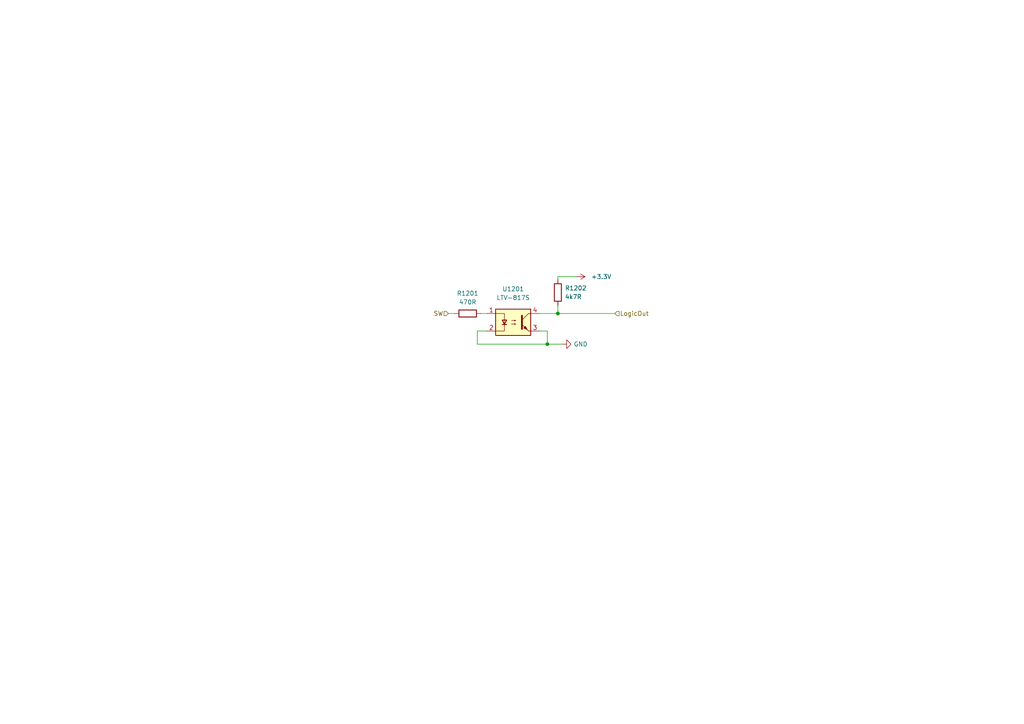
<source format=kicad_sch>
(kicad_sch (version 20211123) (generator eeschema)
  (paper "A4")
  (lib_symbols
    (symbol "Device:R" (pin_numbers hide) (pin_names (offset 0))
      (property "Reference" "R" (at 2.032 0 90))
      (property "Value" "R" (at 0 0 90))
      (symbol "R_0_1"
        (rectangle (start -1.016 -2.54) (end 1.016 2.54) (stroke (width 0.254)))
      )
      (symbol "R_1_1"
        (pin passive line (at 0 3.81 270) (length 1.27) (name "~") (number "1"))
        (pin passive line (at 0 -3.81 90) (length 1.27) (name "~") (number "2"))
      )
    )
    (symbol "Isolator:LTV-817S" (pin_names (offset 1.016))
      (property "Reference" "U" (at -3.81 5.08 0))
      (property "Value" "LTV-817S" (at 0 -5.08 0))
      (symbol "LTV-817S_1_1"
        (rectangle (start -5.08 3.81) (end 5.08 -3.81) (stroke (width 0.254)) (fill (type background)))
        (polyline (pts (xy -3.175 -0.635) (xy -1.905 -0.635)) (stroke (width 0.254)))
        (polyline (pts (xy 2.54 0.635) (xy 4.445 2.54)))
        (polyline (pts (xy 4.445 -2.54) (xy 2.54 -0.635)) (fill (type outline)))
        (polyline (pts (xy 4.445 -2.54) (xy 5.08 -2.54)))
        (polyline (pts (xy 4.445 2.54) (xy 5.08 2.54)))
        (polyline (pts (xy -5.08 2.54) (xy -2.54 2.54) (xy -2.54 -0.762)))
        (polyline (pts (xy -2.54 -0.635) (xy -2.54 -2.54) (xy -5.08 -2.54)))
        (polyline (pts (xy 2.54 1.905) (xy 2.54 -1.905) (xy 2.54 -1.905)) (stroke (width 0.508)))
        (polyline (pts (xy -2.54 -0.635) (xy -3.175 0.635) (xy -1.905 0.635) (xy -2.54 -0.635)) (stroke (width 0.254)))
        (polyline (pts (xy -0.508 -0.508) (xy 0.762 -0.508) (xy 0.381 -0.635) (xy 0.381 -0.381) (xy 0.762 -0.508)))
        (polyline (pts (xy -0.508 0.508) (xy 0.762 0.508) (xy 0.381 0.381) (xy 0.381 0.635) (xy 0.762 0.508)))
        (polyline (pts (xy 3.048 -1.651) (xy 3.556 -1.143) (xy 4.064 -2.159) (xy 3.048 -1.651) (xy 3.048 -1.651)) (fill (type outline)))
        (pin passive line (at -7.62 2.54 0) (length 2.54) (name "~") (number "1"))
        (pin passive line (at -7.62 -2.54 0) (length 2.54) (name "~") (number "2"))
        (pin passive line (at 7.62 -2.54 180) (length 2.54) (name "~") (number "3"))
        (pin passive line (at 7.62 2.54 180) (length 2.54) (name "~") (number "4"))
      )
    )
    (symbol "power:+3.3V" (power) (pin_names (offset 0))
      (property "Value" "+3.3V" (at 0 3.556 0))
      (symbol "+3.3V_0_1"
        (polyline (pts (xy -0.762 1.27) (xy 0 2.54)))
        (polyline (pts (xy 0 0) (xy 0 2.54)))
        (polyline (pts (xy 0 2.54) (xy 0.762 1.27)))
      )
      (symbol "+3.3V_1_1"
        (pin power_in line (at 0 0 90) (length 0) hide (name "+3.3V") (number "1"))
      )
    )
    (symbol "power:GND" (power) (pin_names (offset 0))
      (property "Value" "GND" (at 0 -3.81 0))
      (symbol "GND_0_1"
        (polyline (pts (xy 0 0) (xy 0 -1.27) (xy 1.27 -1.27) (xy 0 -2.54) (xy -1.27 -1.27) (xy 0 -1.27)))
      )
      (symbol "GND_1_1"
        (pin power_in line (at 0 0 270) (length 0) hide (name "GND") (number "1"))
      )
    )
  )
  (junction (at 158.75 99.822))
  (junction (at 161.798 90.932))
  (wire (pts (xy 161.798 90.932) (xy 178.308 90.932)))
  (wire (pts (xy 161.798 90.932) (xy 161.798 88.646)))
  (wire (pts (xy 163.068 99.822) (xy 158.75 99.822)))
  (wire (pts (xy 138.43 96.012) (xy 138.43 99.822)))
  (wire (pts (xy 167.132 80.264) (xy 161.798 80.264)))
  (wire (pts (xy 130.048 90.932) (xy 131.826 90.932)))
  (wire (pts (xy 139.446 90.932) (xy 141.224 90.932)))
  (wire (pts (xy 156.464 90.932) (xy 161.798 90.932)))
  (wire (pts (xy 161.798 80.264) (xy 161.798 81.026)))
  (wire (pts (xy 141.224 96.012) (xy 138.43 96.012)))
  (wire (pts (xy 158.75 96.012) (xy 156.464 96.012)))
  (wire (pts (xy 158.75 99.822) (xy 158.75 96.012)))
  (wire (pts (xy 138.43 99.822) (xy 158.75 99.822)))
  (hierarchical_label "LogicOut" (shape input) (at 178.308 90.932 0))
  (hierarchical_label "SW" (shape input) (at 130.048 90.932 180))
  (symbol (lib_id "Device:R") (at 135.636 90.932 270) (mirror x) (unit 1)
    (property "Reference" "R1201" (at 135.636 85.09 90))
    (property "Value" "470R" (at 135.636 87.63 90))
    (property "Footprint" "Resistor_SMD:R_0805_2012Metric" (effects hide))
  )
  (symbol (lib_id "power:+3.3V") (at 167.132 80.264 270) (unit 1)
    (property "Reference" "#PWR01202" (effects hide))
    (property "Value" "+3.3V" (at 171.45 80.2639 90) (effects (justify left)))
  )
  (symbol (lib_id "power:GND") (at 163.068 99.822 90) (unit 1)
    (property "Reference" "#PWR01201" (effects hide))
    (property "Value" "GND" (at 166.37 99.8219 90) (effects (justify right)))
  )
  (symbol (lib_id "Isolator:LTV-817S") (at 148.844 93.472 0) (unit 1)
    (property "Reference" "U1201" (at 148.844 83.82 0))
    (property "Value" "LTV-817S" (at 148.844 86.36 0))
    (property "Footprint" "Package_DIP:SMDIP-4_W9.53mm" (effects hide))
    (property "Datasheet" "http://www.us.liteon.com/downloads/LTV-817-827-847.PDF" (effects hide))
  )
  (symbol (lib_id "Device:R") (at 161.798 84.836 0) (mirror y) (unit 1)
    (property "Reference" "R1202" (at 163.83 83.5659 0) (effects (justify right)))
    (property "Value" "4k7R" (at 163.83 86.1059 0) (effects (justify right)))
    (property "Footprint" "Resistor_SMD:R_0805_2012Metric" (effects hide))
  )
)
</source>
